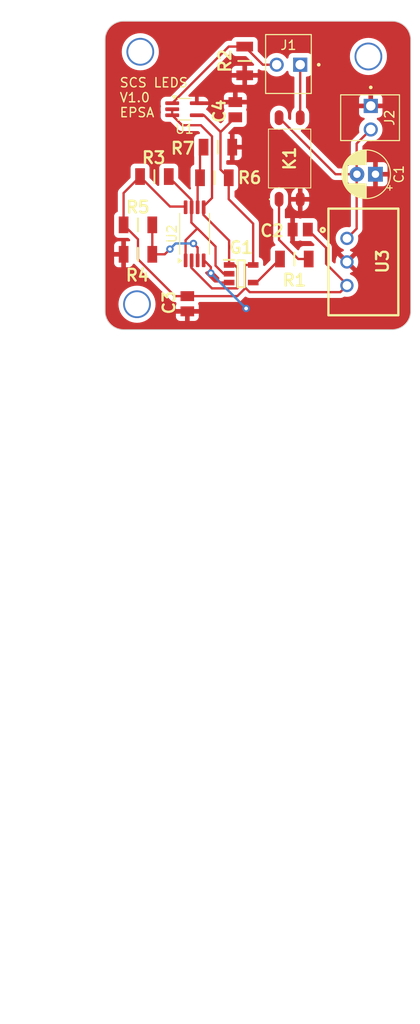
<source format=kicad_pcb>
(kicad_pcb (version 20240108) (generator "pcbnew") (generator_version "8.0")
  (layers (0 "F.Cu" signal) (31 "B.Cu" signal) (34 "B.Paste" user) (35 "F.Paste" user) (36 "B.SilkS" user "B.Silkscreen") (37 "F.SilkS" user "F.Silkscreen") (38 "B.Mask" user) (39 "F.Mask" user) (44 "Edge.Cuts" user))
  (net 0 "")
  (net 1 "+5V")
  (net 2 "/LED_On")
  (net 3 "GND")
  (net 4 "Net-(G1-Y)")
  (net 5 "+12V")
  (net 6 "/SCS_Failure")
  (net 7 "/Raw_LED_On")
  (net 8 "/LED_Power")
  (net 9 "Net-(K1-+_CONTROL)")
  (net 10 "/0.75V")
  (net 11 "/4.25V")
  (footprint "Package_SO:TSSOP-8_4.4x3mm_P0.65mm" (layer "F.Cu") (at 77.495 70.9426 90)
    (property "Reference" "U2" (at 0 -2.45 -90) (layer "F.SilkS"))
    (property "Value" "Opamp_Dual")
    (fp_line (start 0 -1.61) (end 2.2 -1.61) (stroke (width 0.12)) (layer "F.SilkS"))
    (fp_line (start 0 -1.61) (end -2.2 -1.61) (stroke (width 0.12)) (layer "F.SilkS"))
    (fp_line (start 0 1.61) (end 2.2 1.61) (stroke (width 0.12)) (layer "F.SilkS"))
    (fp_line (start 0 1.61) (end -2.2 1.61) (stroke (width 0.12)) (layer "F.SilkS"))
    (fp_poly (pts (xy -2.9 -1.435) (xy -3.14 -1.765) (xy -2.66 -1.765) (xy -2.9 -1.435)) (stroke (width 0.12)) (fill solid) (layer "F.SilkS"))
    (pad "1" smd roundrect (at -2.8625 -0.975 90) (size 1.475 0.4) (layers "F.Cu" "F.Paste" "F.Mask") (net 6 "/SCS_Failure"))
    (pad "2" smd roundrect (at -2.8625 -0.325 90) (size 1.475 0.4) (layers "F.Cu" "F.Paste" "F.Mask") (net 2 "/LED_On"))
    (pad "3" smd roundrect (at -2.8625 0.325 90) (size 1.475 0.4) (layers "F.Cu" "F.Paste" "F.Mask") (net 10 "/0.75V"))
    (pad "4" smd roundrect (at -2.8625 0.975 90) (size 1.475 0.4) (layers "F.Cu" "F.Paste" "F.Mask") (net 3 "GND"))
    (pad "5" smd roundrect (at 2.8625 0.975 90) (size 1.475 0.4) (layers "F.Cu" "F.Paste" "F.Mask") (net 2 "/LED_On"))
    (pad "6" smd roundrect (at 2.8625 0.325 90) (size 1.475 0.4) (layers "F.Cu" "F.Paste" "F.Mask") (net 11 "/4.25V"))
    (pad "7" smd roundrect (at 2.8625 -0.325 90) (size 1.475 0.4) (layers "F.Cu" "F.Paste" "F.Mask") (net 6 "/SCS_Failure"))
    (pad "8" smd roundrect (at 2.8625 -0.975 90) (size 1.475 0.4) (layers "F.Cu" "F.Paste" "F.Mask") (net 1 "+5V"))
  )
  (footprint "EPSA_lib:RESC3216X70N" (layer "F.Cu") (at 88.265 73.66 180)
    (property "Reference" "R1" (at -0.011901 -2.286 180) (layer "F.SilkS") (effects (font (size 1.27 1.27) (thickness 0.254))))
    (property "Value" "2k2" (hide yes))
    (fp_line (start 0 -0.7) (end 0 0.7) (stroke (width 0.2)) (layer "F.SilkS"))
    (pad "1" smd rect (at -1.55 0 180) (size 1.05 1.8) (layers "F.Cu" "F.Paste" "F.Mask") (net 9 "Net-(K1-+_CONTROL)"))
    (pad "2" smd rect (at 1.55 0 180) (size 1.05 1.8) (layers "F.Cu" "F.Paste" "F.Mask") (net 4 "Net-(G1-Y)"))
  )
  (footprint "Capacitor_THT:CP_Radial_D5.0mm_P2.00mm" (layer "F.Cu") (at 97.028 64.516 180)
    (property "Reference" "C1" (at -2.54 0 -90) (layer "F.SilkS"))
    (property "Value" "C")
    (fp_line (start 3.601 -0.284) (end 3.601 0.284) (stroke (width 0.12)) (layer "F.SilkS"))
    (fp_line (start 3.561 -0.518) (end 3.561 0.518) (stroke (width 0.12)) (layer "F.SilkS"))
    (fp_line (start 3.521 -0.677) (end 3.521 0.677) (stroke (width 0.12)) (layer "F.SilkS"))
    (fp_line (start 3.481 -0.805) (end 3.481 0.805) (stroke (width 0.12)) (layer "F.SilkS"))
    (fp_line (start 3.441 -0.915) (end 3.441 0.915) (stroke (width 0.12)) (layer "F.SilkS"))
    (fp_line (start 3.401 -1.011) (end 3.401 1.011) (stroke (width 0.12)) (layer "F.SilkS"))
    (fp_line (start 3.361 -1.098) (end 3.361 1.098) (stroke (width 0.12)) (layer "F.SilkS"))
    (fp_line (start 3.321 -1.178) (end 3.321 1.178) (stroke (width 0.12)) (layer "F.SilkS"))
    (fp_line (start 3.281 -1.251) (end 3.281 1.251) (stroke (width 0.12)) (layer "F.SilkS"))
    (fp_line (start 3.241 -1.319) (end 3.241 1.319) (stroke (width 0.12)) (layer "F.SilkS"))
    (fp_line (start 3.201 -1.383) (end 3.201 1.383) (stroke (width 0.12)) (layer "F.SilkS"))
    (fp_line (start 3.161 -1.443) (end 3.161 1.443) (stroke (width 0.12)) (layer "F.SilkS"))
    (fp_line (start 3.121 -1.5) (end 3.121 1.5) (stroke (width 0.12)) (layer "F.SilkS"))
    (fp_line (start 3.081 -1.554) (end 3.081 1.554) (stroke (width 0.12)) (layer "F.SilkS"))
    (fp_line (start 3.041 -1.605) (end 3.041 1.605) (stroke (width 0.12)) (layer "F.SilkS"))
    (fp_line (start 3.001 1.04) (end 3.001 1.653) (stroke (width 0.12)) (layer "F.SilkS"))
    (fp_line (start 3.001 -1.653) (end 3.001 -1.04) (stroke (width 0.12)) (layer "F.SilkS"))
    (fp_line (start 2.961 1.04) (end 2.961 1.699) (stroke (width 0.12)) (layer "F.SilkS"))
    (fp_line (start 2.961 -1.699) (end 2.961 -1.04) (stroke (width 0.12)) (layer "F.SilkS"))
    (fp_line (start 2.921 1.04) (end 2.921 1.743) (stroke (width 0.12)) (layer "F.SilkS"))
    (fp_line (start 2.921 -1.743) (end 2.921 -1.04) (stroke (width 0.12)) (layer "F.SilkS"))
    (fp_line (start 2.881 1.04) (end 2.881 1.785) (stroke (width 0.12)) (layer "F.SilkS"))
    (fp_line (start 2.881 -1.785) (end 2.881 -1.04) (stroke (width 0.12)) (layer "F.SilkS"))
    (fp_line (start 2.841 1.04) (end 2.841 1.826) (stroke (width 0.12)) (layer "F.SilkS"))
    (fp_line (start 2.841 -1.826) (end 2.841 -1.04) (stroke (width 0.12)) (layer "F.SilkS"))
    (fp_line (start 2.801 1.04) (end 2.801 1.864) (stroke (width 0.12)) (layer "F.SilkS"))
    (fp_line (start 2.801 -1.864) (end 2.801 -1.04) (stroke (width 0.12)) (layer "F.SilkS"))
    (fp_line (start 2.761 1.04) (end 2.761 1.901) (stroke (width 0.12)) (layer "F.SilkS"))
    (fp_line (start 2.761 -1.901) (end 2.761 -1.04) (stroke (width 0.12)) (layer "F.SilkS"))
    (fp_line (start 2.721 1.04) (end 2.721 1.937) (stroke (width 0.12)) (layer "F.SilkS"))
    (fp_line (start 2.721 -1.937) (end 2.721 -1.04) (stroke (width 0.12)) (layer "F.SilkS"))
    (fp_line (start 2.681 1.04) (end 2.681 1.971) (stroke (width 0.12)) (layer "F.SilkS"))
    (fp_line (start 2.681 -1.971) (end 2.681 -1.04) (stroke (width 0.12)) (layer "F.SilkS"))
    (fp_line (start 2.641 1.04) (end 2.641 2.004) (stroke (width 0.12)) (layer "F.SilkS"))
    (fp_line (start 2.641 -2.004) (end 2.641 -1.04) (stroke (width 0.12)) (layer "F.SilkS"))
    (fp_line (start 2.601 1.04) (end 2.601 2.035) (stroke (width 0.12)) (layer "F.SilkS"))
    (fp_line (start 2.601 -2.035) (end 2.601 -1.04) (stroke (width 0.12)) (layer "F.SilkS"))
    (fp_line (start 2.561 1.04) (end 2.561 2.065) (stroke (width 0.12)) (layer "F.SilkS"))
    (fp_line (start 2.561 -2.065) (end 2.561 -1.04) (stroke (width 0.12)) (layer "F.SilkS"))
    (fp_line (start 2.521 1.04) (end 2.521 2.095) (stroke (width 0.12)) (layer "F.SilkS"))
    (fp_line (start 2.521 -2.095) (end 2.521 -1.04) (stroke (width 0.12)) (layer "F.SilkS"))
    (fp_line (start 2.481 1.04) (end 2.481 2.122) (stroke (width 0.12)) (layer "F.SilkS"))
    (fp_line (start 2.481 -2.122) (end 2.481 -1.04) (stroke (width 0.12)) (layer "F.SilkS"))
    (fp_line (start 2.441 1.04) (end 2.441 2.149) (stroke (width 0.12)) (layer "F.SilkS"))
    (fp_line (start 2.441 -2.149) (end 2.441 -1.04) (stroke (width 0.12)) (layer "F.SilkS"))
    (fp_line (start 2.401 1.04) (end 2.401 2.175) (stroke (width 0.12)) (layer "F.SilkS"))
    (fp_line (start 2.401 -2.175) (end 2.401 -1.04) (stroke (width 0.12)) (layer "F.SilkS"))
    (fp_line (start 2.361 1.04) (end 2.361 2.2) (stroke (width 0.12)) (layer "F.SilkS"))
    (fp_line (start 2.361 -2.2) (end 2.361 -1.04) (stroke (width 0.12)) (layer "F.SilkS"))
    (fp_line (start 2.321 1.04) (end 2.321 2.224) (stroke (width 0.12)) (layer "F.SilkS"))
    (fp_line (start 2.321 -2.224) (end 2.321 -1.04) (stroke (width 0.12)) (layer "F.SilkS"))
    (fp_line (start 2.281 1.04) (end 2.281 2.247) (stroke (width 0.12)) (layer "F.SilkS"))
    (fp_line (start 2.281 -2.247) (end 2.281 -1.04) (stroke (width 0.12)) (layer "F.SilkS"))
    (fp_line (start 2.241 1.04) (end 2.241 2.268) (stroke (width 0.12)) (layer "F.SilkS"))
    (fp_line (start 2.241 -2.268) (end 2.241 -1.04) (stroke (width 0.12)) (layer "F.SilkS"))
    (fp_line (start 2.201 1.04) (end 2.201 2.29) (stroke (width 0.12)) (layer "F.SilkS"))
    (fp_line (start 2.201 -2.29) (end 2.201 -1.04) (stroke (width 0.12)) (layer "F.SilkS"))
    (fp_line (start 2.161 1.04) (end 2.161 2.31) (stroke (width 0.12)) (layer "F.SilkS"))
    (fp_line (start 2.161 -2.31) (end 2.161 -1.04) (stroke (width 0.12)) (layer "F.SilkS"))
    (fp_line (start 2.121 1.04) (end 2.121 2.329) (stroke (width 0.12)) (layer "F.SilkS"))
    (fp_line (start 2.121 -2.329) (end 2.121 -1.04) (stroke (width 0.12)) (layer "F.SilkS"))
    (fp_line (start 2.081 1.04) (end 2.081 2.348) (stroke (width 0.12)) (layer "F.SilkS"))
    (fp_line (start 2.081 -2.348) (end 2.081 -1.04) (stroke (width 0.12)) (layer "F.SilkS"))
    (fp_line (start 2.041 1.04) (end 2.041 2.365) (stroke (width 0.12)) (layer "F.SilkS"))
    (fp_line (start 2.041 -2.365) (end 2.041 -1.04) (stroke (width 0.12)) (layer "F.SilkS"))
    (fp_line (start 2.001 1.04) (end 2.001 2.382) (stroke (width 0.12)) (layer "F.SilkS"))
    (fp_line (start 2.001 -2.382) (end 2.001 -1.04) (stroke (width 0.12)) (layer "F.SilkS"))
    (fp_line (start 1.961 1.04) (end 1.961 2.398) (stroke (width 0.12)) (layer "F.SilkS"))
    (fp_line (start 1.961 -2.398) (end 1.961 -1.04) (stroke (width 0.12)) (layer "F.SilkS"))
    (fp_line (start 1.921 1.04) (end 1.921 2.414) (stroke (width 0.12)) (layer "F.SilkS"))
    (fp_line (start 1.921 -2.414) (end 1.921 -1.04) (stroke (width 0.12)) (layer "F.SilkS"))
    (fp_line (start 1.881 1.04) (end 1.881 2.428) (stroke (width 0.12)) (layer "F.SilkS"))
    (fp_line (start 1.881 -2.428) (end 1.881 -1.04) (stroke (width 0.12)) (layer "F.SilkS"))
    (fp_line (start 1.841 1.04) (end 1.841 2.442) (stroke (width 0.12)) (layer "F.SilkS"))
    (fp_line (start 1.841 -2.442) (end 1.841 -1.04) (stroke (width 0.12)) (layer "F.SilkS"))
    (fp_line (start 1.801 1.04) (end 1.801 2.455) (stroke (width 0.12)) (layer "F.SilkS"))
    (fp_line (start 1.801 -2.455) (end 1.801 -1.04) (stroke (width 0.12)) (layer "F.SilkS"))
    (fp_line (start 1.761 1.04) (end 1.761 2.468) (stroke (width 0.12)) (layer "F.SilkS"))
    (fp_line (start 1.761 -2.468) (end 1.761 -1.04) (stroke (width 0.12)) (layer "F.SilkS"))
    (fp_line (start 1.721 1.04) (end 1.721 2.48) (stroke (width 0.12)) (layer "F.SilkS"))
    (fp_line (start 1.721 -2.48) (end 1.721 -1.04) (stroke (width 0.12)) (layer "F.SilkS"))
    (fp_line (start 1.68 1.04) (end 1.68 2.491) (stroke (width 0.12)) (layer "F.SilkS"))
    (fp_line (start 1.68 -2.491) (end 1.68 -1.04) (stroke (width 0.12)) (layer "F.SilkS"))
    (fp_line (start 1.64 1.04) (end 1.64 2.501) (stroke (width 0.12)) (layer "F.SilkS"))
    (fp_line (start 1.64 -2.501) (end 1.64 -1.04) (stroke (width 0.12)) (layer "F.SilkS"))
    (fp_line (start 1.6 1.04) (end 1.6 2.511) (stroke (width 0.12)) (layer "F.SilkS"))
    (fp_line (start 1.6 -2.511) (end 1.6 -1.04) (stroke (width 0.12)) (layer "F.SilkS"))
    (fp_line (start 1.56 1.04) (end 1.56 2.52) (stroke (width 0.12)) (layer "F.SilkS"))
    (fp_line (start 1.56 -2.52) (end 1.56 -1.04) (stroke (width 0.12)) (layer "F.SilkS"))
    (fp_line (start 1.52 1.04) (end 1.52 2.528) (stroke (width 0.12)) (layer "F.SilkS"))
    (fp_line (start 1.52 -2.528) (end 1.52 -1.04) (stroke (width 0.12)) (layer "F.SilkS"))
    (fp_line (start 1.48 1.04) (end 1.48 2.536) (stroke (width 0.12)) (layer "F.SilkS"))
    (fp_line (start 1.48 -2.536) (end 1.48 -1.04) (stroke (width 0.12)) (layer "F.SilkS"))
    (fp_line (start 1.44 1.04) (end 1.44 2.543) (stroke (width 0.12)) (layer "F.SilkS"))
    (fp_line (start 1.44 -2.543) (end 1.44 -1.04) (stroke (width 0.12)) (layer "F.SilkS"))
    (fp_line (start 1.4 1.04) (end 1.4 2.55) (stroke (width 0.12)) (layer "F.SilkS"))
    (fp_line (start 1.4 -2.55) (end 1.4 -1.04) (stroke (width 0.12)) (layer "F.SilkS"))
    (fp_line (start 1.36 1.04) (end 1.36 2.556) (stroke (width 0.12)) (layer "F.SilkS"))
    (fp_line (start 1.36 -2.556) (end 1.36 -1.04) (stroke (width 0.12)) (layer "F.SilkS"))
    (fp_line (start 1.32 1.04) (end 1.32 2.561) (stroke (width 0.12)) (layer "F.SilkS"))
    (fp_line (start 1.32 -2.561) (end 1.32 -1.04) (stroke (width 0.12)) (layer "F.SilkS"))
    (fp_line (start 1.28 1.04) (end 1.28 2.565) (stroke (width 0.12)) (layer "F.SilkS"))
    (fp_line (start 1.28 -2.565) (end 1.28 -1.04) (stroke (width 0.12)) (layer "F.SilkS"))
    (fp_line (start 1.24 1.04) (end 1.24 2.569) (stroke (width 0.12)) (layer "F.SilkS"))
    (fp_line (start 1.24 -2.569) (end 1.24 -1.04) (stroke (width 0.12)) (layer "F.SilkS"))
    (fp_line (start 1.2 1.04) (end 1.2 2.573) (stroke (width 0.12)) (layer "F.SilkS"))
    (fp_line (start 1.2 -2.573) (end 1.2 -1.04) (stroke (width 0.12)) (layer "F.SilkS"))
    (fp_line (start 1.16 1.04) (end 1.16 2.576) (stroke (width 0.12)) (layer "F.SilkS"))
    (fp_line (start 1.16 -2.576) (end 1.16 -1.04) (stroke (width 0.12)) (layer "F.SilkS"))
    (fp_line (start 1.12 1.04) (end 1.12 2.578) (stroke (width 0.12)) (layer "F.SilkS"))
    (fp_line (start 1.12 -2.578) (end 1.12 -1.04) (stroke (width 0.12)) (layer "F.SilkS"))
    (fp_line (start 1.08 1.04) (end 1.08 2.579) (stroke (width 0.12)) (layer "F.SilkS"))
    (fp_line (start 1.08 -2.579) (end 1.08 -1.04) (stroke (width 0.12)) (layer "F.SilkS"))
    (fp_line (start 1.04 1.04) (end 1.04 2.58) (stroke (width 0.12)) (layer "F.SilkS"))
    (fp_line (start 1.04 -2.58) (end 1.04 -1.04) (stroke (width 0.12)) (layer "F.SilkS"))
    (fp_line (start 1 1.04) (end 1 2.58) (stroke (width 0.12)) (layer "F.SilkS"))
    (fp_line (start 1 -2.58) (end 1 -1.04) (stroke (width 0.12)) (layer "F.SilkS"))
    (fp_line (start -1.554775 -1.725) (end -1.554775 -1.225) (stroke (width 0.12)) (layer "F.SilkS"))
    (fp_line (start -1.804775 -1.475) (end -1.304775 -1.475) (stroke (width 0.12)) (layer "F.SilkS"))
    (fp_circle (center 1 0) (end 3.62 0) (stroke (width 0.12)) (fill none) (layer "F.SilkS"))
    (pad "1" thru_hole rect (at 0 0 180) (size 1.6 1.6) (drill 0.8) (layers "*.Cu" "*.Mask") (net 3 "GND"))
    (pad "2" thru_hole circle (at 2 0 180) (size 1.6 1.6) (drill 0.8) (layers "*.Cu" "*.Mask") (net 5 "+12V"))
  )
  (footprint "EPSA_lib:RESC3216X70N" (layer "F.Cu") (at 73.152 64.77)
    (property "Reference" "R3" (at -0.0762 -2.032 0) (layer "F.SilkS") (effects (font (size 1.27 1.27) (thickness 0.254))))
    (property "Value" "10k" (hide yes))
    (fp_line (start 0 -0.7) (end 0 0.7) (stroke (width 0.2)) (layer "F.SilkS"))
    (pad "1" smd rect (at -1.55 0) (size 1.05 1.8) (layers "F.Cu" "F.Paste" "F.Mask") (net 1 "+5V"))
    (pad "2" smd rect (at 1.55 0) (size 1.05 1.8) (layers "F.Cu" "F.Paste" "F.Mask") (net 6 "/SCS_Failure"))
  )
  (footprint "EPSA_lib:CPC1394GR" (layer "F.Cu") (at 87.757 62.82)
    (property "Reference" "K1" (at 0 0 90) (layer "F.SilkS") (effects (font (size 1.27 1.27) (thickness 0.254))))
    (property "Value" "SSR CPC1394GR" (hide yes))
    (fp_line (start -2.286 -3.175) (end 2.286 -3.175) (stroke (width 0.1)) (layer "F.SilkS"))
    (fp_line (start -2.286 3.175) (end -2.286 -3.175) (stroke (width 0.1)) (layer "F.SilkS"))
    (fp_line (start -2.2 4.4) (end -2.2 4.4) (stroke (width 0.1)) (layer "F.SilkS"))
    (fp_line (start -2.1 4.4) (end -2.1 4.4) (stroke (width 0.1)) (layer "F.SilkS"))
    (fp_line (start 2.286 -3.175) (end 2.286 3.175) (stroke (width 0.1)) (layer "F.SilkS"))
    (fp_line (start 2.286 3.175) (end -2.286 3.175) (stroke (width 0.1)) (layer "F.SilkS"))
    (fp_arc (start -2.2 4.4) (mid -2.15 4.35) (end -2.1 4.4) (stroke (width 0.1)) (layer "F.SilkS"))
    (fp_arc (start -2.1 4.4) (mid -2.15 4.45) (end -2.2 4.4) (stroke (width 0.1)) (layer "F.SilkS"))
    (pad "1" smd oval (at -1.143 4.4) (size 0.95 1.6) (layers "F.Cu" "F.Paste" "F.Mask") (net 9 "Net-(K1-+_CONTROL)"))
    (pad "2" smd oval (at 1.143 4.4) (size 0.95 1.6) (layers "F.Cu" "F.Paste" "F.Mask") (net 3 "GND"))
    (pad "3" smd oval (at 1.143 -4.4) (size 0.95 1.6) (layers "F.Cu" "F.Paste" "F.Mask") (net 8 "/LED_Power"))
    (pad "4" smd oval (at -1.143 -4.4) (size 0.95 1.6) (layers "F.Cu" "F.Paste" "F.Mask") (net 5 "+12V"))
  )
  (footprint "EPSA_lib:SOT95P280X145-5N" (layer "F.Cu") (at 82.52 75.25)
    (property "Reference" "G1" (at 0 -2.821039 0) (layer "F.SilkS") (effects (font (size 1.27 1.27) (thickness 0.254))))
    (property "Value" "Gate OR SN74AHCT1G32DBVR" (hide yes))
    (fp_line (start -1.875 -1.5) (end -0.725 -1.5) (stroke (width 0.2)) (layer "F.SilkS"))
    (fp_line (start -0.375 -1.45) (end 0.375 -1.45) (stroke (width 0.2)) (layer "F.SilkS"))
    (fp_line (start -0.375 1.45) (end -0.375 -1.45) (stroke (width 0.2)) (layer "F.SilkS"))
    (fp_line (start 0.375 -1.45) (end 0.375 1.45) (stroke (width 0.2)) (layer "F.SilkS"))
    (fp_line (start 0.375 1.45) (end -0.375 1.45) (stroke (width 0.2)) (layer "F.SilkS"))
    (pad "1" smd rect (at -1.3 -0.95 90) (size 0.6 1.15) (layers "F.Cu" "F.Paste" "F.Mask") (net 2 "/LED_On"))
    (pad "2" smd rect (at -1.3 0 90) (size 0.6 1.15) (layers "F.Cu" "F.Paste" "F.Mask") (net 6 "/SCS_Failure"))
    (pad "3" smd rect (at -1.3 0.95 90) (size 0.6 1.15) (layers "F.Cu" "F.Paste" "F.Mask") (net 3 "GND"))
    (pad "4" smd rect (at 1.3 0.95 90) (size 0.6 1.15) (layers "F.Cu" "F.Paste" "F.Mask") (net 4 "Net-(G1-Y)"))
    (pad "5" smd rect (at 1.3 -0.95 90) (size 0.6 1.15) (layers "F.Cu" "F.Paste" "F.Mask") (net 1 "+5V"))
  )
  (footprint "EPSA_lib:MOLEX_22-11-2022" (layer "F.Cu") (at 88.9 52.705 180)
    (property "Reference" "J1" (at 1.27 2.1082 0) (layer "F.SilkS"))
    (property "Value" "2P Droit 2-11-2022" (hide yes))
    (fp_line (start 3.735 3.25) (end -1.195 3.25) (stroke (width 0.127)) (layer "F.SilkS"))
    (fp_line (start 3.735 -3.1) (end 3.735 3.25) (stroke (width 0.127)) (layer "F.SilkS"))
    (fp_line (start -1.195 3.25) (end -1.195 -3.1) (stroke (width 0.127)) (layer "F.SilkS"))
    (fp_line (start -1.195 -3.1) (end 3.735 -3.1) (stroke (width 0.127)) (layer "F.SilkS"))
    (fp_circle (center -2 0) (end -1.9 0) (stroke (width 0.2)) (fill none) (layer "F.SilkS"))
    (pad "1" thru_hole rect (at 0 0 180) (size 1.53 1.53) (drill 1.02) (layers "*.Cu" "*.Mask") (net 8 "/LED_Power"))
    (pad "2" thru_hole circle (at 2.54 0 180) (size 1.53 1.53) (drill 1.02) (layers "*.Cu" "*.Mask") (net 7 "/Raw_LED_On"))
  )
  (footprint "EPSA_lib:CAPC2012X130N" (layer "F.Cu") (at 81.8896 57.5564 -90)
    (property "Reference" "C4" (at 0.1524 1.7272 90) (layer "F.SilkS") (effects (font (size 1.27 1.27) (thickness 0.254))))
    (property "Value" "10n" (hide yes))
    (pad "1" smd rect (at -0.82 0 270) (size 1.07 1.47) (layers "F.Cu" "F.Paste" "F.Mask") (net 3 "GND"))
    (pad "2" smd rect (at 0.82 0 270) (size 1.07 1.47) (layers "F.Cu" "F.Paste" "F.Mask") (net 1 "+5V"))
  )
  (footprint "EPSA_lib:RESC3216X70N" (layer "F.Cu") (at 71.374 73.152)
    (property "Reference" "R5" (at -0.011901 -5.08 0) (layer "F.SilkS") (effects (font (size 1.27 1.27) (thickness 0.254))))
    (property "Value" "12k" (hide yes))
    (fp_line (start 0 -0.7) (end 0 0.7) (stroke (width 0.2)) (layer "F.SilkS"))
    (pad "1" smd rect (at -1.55 0) (size 1.05 1.8) (layers "F.Cu" "F.Paste" "F.Mask") (net 3 "GND"))
    (pad "2" smd rect (at 1.55 0) (size 1.05 1.8) (layers "F.Cu" "F.Paste" "F.Mask") (net 10 "/0.75V"))
  )
  (footprint "" (layer "F.Cu") (at 71.628 51.308)
    (property "Reference" "" (at 0 0 0) (layer "F.SilkS") (effects (font (size 1.27 1.27))))
    (property "Value" "")
    (pad "1" thru_hole circle (at 0 0) (size 3 3) (drill 2.6) (layers "*.Cu" "*.Mask"))
  )
  (footprint "" (layer "F.Cu") (at 96.266 51.816)
    (property "Reference" "" (at 0 0 0) (layer "F.SilkS") (effects (font (size 1.27 1.27))))
    (property "Value" "")
    (pad "1" thru_hole circle (at 0 0) (size 3 3) (drill 2.6) (layers "*.Cu" "*.Mask"))
  )
  (footprint "EPSA_lib:RESC3216X70N" (layer "F.Cu") (at 71.374 69.977 180)
    (property "Reference" "R4" (at 0.0508 -5.4356 180) (layer "F.SilkS") (effects (font (size 1.27 1.27) (thickness 0.254))))
    (property "Value" "82k" (hide yes))
    (fp_line (start 0 -0.7) (end 0 0.7) (stroke (width 0.2)) (layer "F.SilkS"))
    (pad "1" smd rect (at -1.55 0 180) (size 1.05 1.8) (layers "F.Cu" "F.Paste" "F.Mask") (net 10 "/0.75V"))
    (pad "2" smd rect (at 1.55 0 180) (size 1.05 1.8) (layers "F.Cu" "F.Paste" "F.Mask") (net 1 "+5V"))
  )
  (footprint "EPSA_lib:CAPC2012X130N" (layer "F.Cu") (at 76.708 78.486 90)
    (property "Reference" "C3" (at 0.127 -1.9812 -90) (layer "F.SilkS") (effects (font (size 1.27 1.27) (thickness 0.254))))
    (property "Value" "10n" (hide yes))
    (pad "1" smd rect (at -0.82 0 90) (size 1.07 1.47) (layers "F.Cu" "F.Paste" "F.Mask") (net 3 "GND"))
    (pad "2" smd rect (at 0.82 0 90) (size 1.07 1.47) (layers "F.Cu" "F.Paste" "F.Mask") (net 1 "+5V"))
  )
  (footprint "EPSA_lib:RESC3216X70N" (layer "F.Cu") (at 80.01 61.595 180)
    (property "Reference" "R7" (at 3.81 -0.127 180) (layer "F.SilkS") (effects (font (size 1.27 1.27) (thickness 0.254))))
    (property "Value" "82k" (hide yes))
    (fp_line (start 0 -0.7) (end 0 0.7) (stroke (width 0.2)) (layer "F.SilkS"))
    (pad "1" smd rect (at -1.55 0 180) (size 1.05 1.8) (layers "F.Cu" "F.Paste" "F.Mask") (net 3 "GND"))
    (pad "2" smd rect (at 1.55 0 180) (size 1.05 1.8) (layers "F.Cu" "F.Paste" "F.Mask") (net 11 "/4.25V"))
  )
  (footprint "EPSA_lib:CAPC2012X130N" (layer "F.Cu") (at 88.9 70.485)
    (property "Reference" "C2" (at -3.048 0.127 0) (layer "F.SilkS") (effects (font (size 1.27 1.27) (thickness 0.254))))
    (property "Value" "10n" (hide yes))
    (pad "1" smd rect (at -0.82 0) (size 1.07 1.47) (layers "F.Cu" "F.Paste" "F.Mask") (net 3 "GND"))
    (pad "2" smd rect (at 0.82 0) (size 1.07 1.47) (layers "F.Cu" "F.Paste" "F.Mask") (net 1 "+5V"))
  )
  (footprint "EPSA_lib:MOLEX_22-11-2022" (layer "F.Cu") (at 96.52 57.15 -90)
    (property "Reference" "J2" (at 1.27 -2.032 90) (layer "F.SilkS"))
    (property "Value" "2P Droit 2-11-2022" (hide yes))
    (fp_line (start -1.195 3.25) (end -1.195 -3.1) (stroke (width 0.127)) (layer "F.SilkS"))
    (fp_line (start 3.735 3.25) (end -1.195 3.25) (stroke (width 0.127)) (layer "F.SilkS"))
    (fp_line (start -1.195 -3.1) (end 3.735 -3.1) (stroke (width 0.127)) (layer "F.SilkS"))
    (fp_line (start 3.735 -3.1) (end 3.735 3.25) (stroke (width 0.127)) (layer "F.SilkS"))
    (fp_circle (center -2 0) (end -1.9 0) (stroke (width 0.2)) (fill none) (layer "F.SilkS"))
    (pad "1" thru_hole rect (at 0 0 270) (size 1.53 1.53) (drill 1.02) (layers "*.Cu" "*.Mask") (net 3 "GND"))
    (pad "2" thru_hole circle (at 2.54 0 270) (size 1.53 1.53) (drill 1.02) (layers "*.Cu" "*.Mask") (net 5 "+12V"))
  )
  (footprint "EPSA_lib:RESC3216X70N" (layer "F.Cu") (at 82.9056 52.2986 -90)
    (property "Reference" "R2" (at -0.011901 2.1336 90) (layer "F.SilkS") (effects (font (size 1.27 1.27) (thickness 0.254))))
    (property "Value" "500k" (hide yes))
    (fp_line (start 0 -0.7) (end 0 0.7) (stroke (width 0.2)) (layer "F.SilkS"))
    (pad "1" smd rect (at -1.55 0 270) (size 1.05 1.8) (layers "F.Cu" "F.Paste" "F.Mask") (net 7 "/Raw_LED_On"))
    (pad "2" smd rect (at 1.55 0 270) (size 1.05 1.8) (layers "F.Cu" "F.Paste" "F.Mask") (net 3 "GND"))
  )
  (footprint "EPSA_lib:RESC3216X70N" (layer "F.Cu") (at 79.629 64.897)
    (property "Reference" "R6" (at 3.81 0 0) (layer "F.SilkS") (effects (font (size 1.27 1.27) (thickness 0.254))))
    (property "Value" "12k" (hide yes))
    (fp_line (start 0 -0.7) (end 0 0.7) (stroke (width 0.2)) (layer "F.SilkS"))
    (pad "1" smd rect (at -1.55 0) (size 1.05 1.8) (layers "F.Cu" "F.Paste" "F.Mask") (net 11 "/4.25V"))
    (pad "2" smd rect (at 1.55 0) (size 1.05 1.8) (layers "F.Cu" "F.Paste" "F.Mask") (net 1 "+5V"))
  )
  (footprint "EPSA_lib:TSR-0.5-2433" (layer "F.Cu") (at 91.948 68.2255 -90)
    (property "Reference" "U3" (at 5.6885 -5.842 90) (layer "F.SilkS") (effects (font (size 1.27 1.27) (thickness 0.254))))
    (property "Value" "Alim LP TSR_0.5-2450" (hide yes))
    (fp_line (start 0 0) (end 11.5 0) (stroke (width 0.254)) (layer "F.SilkS"))
    (fp_line (start 11.5 0) (end 11.5 -7.55) (stroke (width 0.254)) (layer "F.SilkS"))
    (fp_line (start 0 -7.55) (end 0 0) (stroke (width 0.254)) (layer "F.SilkS"))
    (fp_line (start 11.5 -7.55) (end 0 -7.55) (stroke (width 0.254)) (layer "F.SilkS"))
    (fp_circle (center 2.306 0.613) (end 2.306 0.702) (stroke (width 0.254)) (fill none) (layer "F.SilkS"))
    (pad "1" thru_hole circle (at 3.21 -2 270) (size 1.44 1.44) (drill 0.94) (layers "*.Cu" "*.Mask") (net 5 "+12V"))
    (pad "2" thru_hole circle (at 5.75 -2 270) (size 1.44 1.44) (drill 0.94) (layers "*.Cu" "*.Mask") (net 3 "GND"))
    (pad "3" thru_hole circle (at 8.29 -2 270) (size 1.44 1.44) (drill 0.94) (layers "*.Cu" "*.Mask") (net 1 "+5V"))
  )
  (footprint "" (layer "F.Cu") (at 71.2724 78.5368)
    (property "Reference" "" (at 0 0 0) (layer "F.SilkS") (effects (font (size 1.27 1.27))))
    (property "Value" "")
    (pad "1" thru_hole circle (at 0 0) (size 3 3) (drill 2.6) (layers "*.Cu" "*.Mask"))
  )
  (footprint "Package_TO_SOT_SMD:SOT-353_SC-70-5_Handsoldering" (layer "F.Cu") (at 76.4032 57.5056)
    (property "Reference" "U1" (at 0 2.1336 0) (layer "F.SilkS"))
    (property "Value" "~")
    (fp_line (start -0.71 -1.16) (end 0.7 -1.16) (stroke (width 0.12)) (layer "F.SilkS"))
    (fp_line (start -0.7 1.16) (end 0.7 1.16) (stroke (width 0.12)) (layer "F.SilkS"))
    (fp_poly (pts (xy -1.08 -1.11) (xy -1.32 -1.44) (xy -0.84 -1.44) (xy -1.08 -1.11)) (stroke (width 0.12)) (fill solid) (layer "F.SilkS"))
    (pad "1" smd roundrect (at -1.33 -0.65) (size 1.5 0.4) (layers "F.Cu" "F.Paste" "F.Mask") (net 7 "/Raw_LED_On"))
    (pad "2" smd roundrect (at -1.33 0) (size 1.5 0.4) (layers "F.Cu" "F.Paste" "F.Mask") (net 2 "/LED_On"))
    (pad "3" smd roundrect (at -1.33 0.65) (size 1.5 0.4) (layers "F.Cu" "F.Paste" "F.Mask") (net 2 "/LED_On"))
    (pad "4" smd roundrect (at 1.33 0.65) (size 1.5 0.4) (layers "F.Cu" "F.Paste" "F.Mask") (net 1 "+5V"))
    (pad "5" smd roundrect (at 1.33 -0.65) (size 1.5 0.4) (layers "F.Cu" "F.Paste" "F.Mask") (net 3 "GND"))
  )
  (gr_arc (start 98.838 48.006) (mid 100.252214 48.591786) (end 100.838 50.006) (stroke (width 0.1)) (layer "Edge.Cuts"))
  (gr_arc (start 100.838 79.28) (mid 100.252214 80.694214) (end 98.838 81.28) (stroke (width 0.1)) (layer "Edge.Cuts"))
  (gr_line (start 100.838 50.006) (end 100.838 79.28) (stroke (width 0.1)) (layer "Edge.Cuts"))
  (gr_line (start 67.818 79.28) (end 67.818 50.006) (stroke (width 0.1)) (layer "Edge.Cuts"))
  (gr_line (start 98.838 81.28) (end 69.818 81.28) (stroke (width 0.1)) (layer "Edge.Cuts"))
  (gr_arc (start 69.818 81.28) (mid 68.403786 80.694214) (end 67.818 79.28) (stroke (width 0.1)) (layer "Edge.Cuts"))
  (gr_line (start 69.818 48.006) (end 98.838 48.006) (stroke (width 0.1)) (layer "Edge.Cuts"))
  (gr_arc (start 67.818 50.006) (mid 68.403786 48.591786) (end 69.818 48.006) (stroke (width 0.1)) (layer "Edge.Cuts"))
  (gr_text "SCS LEDS\nV1.0\nEPSA" (at 69.3166 58.4454 0) (layer "F.SilkS") (effects (font (size 1 1)) (justify left bottom)))
  (segment (start 78.501 58.1556) (end 80.29 59.9446) (width 0.25) (layer "F.Cu") (net 1))
  (segment (start 83.445799 77.235499) (end 93.228001 77.235499) (width 0.25) (layer "F.Cu") (net 1))
  (segment (start 71.374 73.677) (end 71.374 71.527) (width 0.25) (layer "F.Cu") (net 1))
  (segment (start 83.82 74.3) (end 83.3692 74.3) (width 0.25) (layer "F.Cu") (net 1))
  (segment (start 82.9183 76.708) (end 83.445799 77.235499) (width 0.25) (layer "F.Cu") (net 1))
  (segment (start 80.29 59.976) (end 81.8896 58.3764) (width 0.25) (layer "F.Cu") (net 1))
  (segment (start 74.8355 68.0035) (end 76.495 68.0035) (width 0.25) (layer "F.Cu") (net 1))
  (segment (start 71.374 71.527) (end 69.824 69.977) (width 0.25) (layer "F.Cu") (net 1))
  (segment (start 93.948 76.5155) (end 93.948 76.422) (width 0.25) (layer "F.Cu") (net 1))
  (segment (start 69.824 66.548) (end 71.602 64.77) (width 0.25) (layer "F.Cu") (net 1))
  (segment (start 82.9183 76.8544) (end 82.1067 77.666) (width 0.25) (layer "F.Cu") (net 1))
  (segment (start 83.82 69.85) (end 83.82 74.3) (width 0.25) (layer "F.Cu") (net 1))
  (segment (start 81.179 67.209) (end 83.82 69.85) (width 0.25) (layer "F.Cu") (net 1))
  (segment (start 81.179 64.897) (end 80.29 64.008) (width 0.25) (layer "F.Cu") (net 1))
  (segment (start 80.29 59.9446) (end 80.29 59.976) (width 0.25) (layer "F.Cu") (net 1))
  (segment (start 80.29 64.008) (end 80.29 59.976) (width 0.25) (layer "F.Cu") (net 1))
  (segment (start 83.3692 74.3) (end 82.9183 74.3) (width 0.25) (layer "F.Cu") (net 1))
  (segment (start 76.708 77.666) (end 75.363 77.666) (width 0.25) (layer "F.Cu") (net 1))
  (segment (start 71.602 64.77) (end 74.8355 68.0035) (width 0.25) (layer "F.Cu") (net 1))
  (segment (start 93.228001 77.235499) (end 93.948 76.5155) (width 0.25) (layer "F.Cu") (net 1))
  (segment (start 82.1067 77.666) (end 76.708 77.666) (width 0.25) (layer "F.Cu") (net 1))
  (segment (start 82.9183 76.708) (end 82.9183 74.3) (width 0.25) (layer "F.Cu") (net 1))
  (segment (start 81.179 64.897) (end 81.179 67.209) (width 0.25) (layer "F.Cu") (net 1))
  (segment (start 75.363 77.666) (end 71.374 73.677) (width 0.25) (layer "F.Cu") (net 1))
  (segment (start 91.694 74.168) (end 91.694 72.459) (width 0.25) (layer "F.Cu") (net 1))
  (segment (start 69.824 69.977) (end 69.824 66.548) (width 0.25) (layer "F.Cu") (net 1))
  (segment (start 93.948 76.422) (end 91.694 74.168) (width 0.25) (layer "F.Cu") (net 1))
  (segment (start 91.694 72.459) (end 89.72 70.485) (width 0.25) (layer "F.Cu") (net 1))
  (segment (start 77.7332 58.1556) (end 78.501 58.1556) (width 0.25) (layer "F.Cu") (net 1))
  (segment (start 82.9183 76.8544) (end 82.9183 76.708) (width 0.25) (layer "F.Cu") (net 1))
  (segment (start 78.445 68.8925) (end 81.22 71.6675) (width 0.25) (layer "F.Cu") (net 2))
  (segment (start 79.365 76.825) (end 77.145 74.605) (width 0.25) (layer "F.Cu") (net 2))
  (segment (start 75.0732 57.5056) (end 75.0732 58.1556) (width 0.25) (layer "F.Cu") (net 2))
  (segment (start 75.0732 58.1556) (end 76.1504 59.2328) (width 0.25) (layer "F.Cu") (net 2))
  (segment (start 79.375 67.0735) (end 78.445 68.0035) (width 0.25) (layer "F.Cu") (net 2))
  (segment (start 82.12 74.625) (end 82.12 76.825) (width 0.25) (layer "F.Cu") (net 2))
  (segment (start 76.1504 59.2328) (end 78.1728 59.2328) (width 0.25) (layer "F.Cu") (net 2))
  (segment (start 77.145 74.605) (end 77.145 73.7285) (width 0.25) (layer "F.Cu") (net 2))
  (segment (start 81.22 74.3) (end 81.795 74.3) (width 0.25) (layer "F.Cu") (net 2))
  (segment (start 82.12 76.825) (end 79.365 76.825) (width 0.25) (layer "F.Cu") (net 2))
  (segment (start 78.445 68.0035) (end 78.445 68.8925) (width 0.25) (layer "F.Cu") (net 2))
  (segment (start 78.1728 59.2328) (end 79.375 60.435) (width 0.25) (layer "F.Cu") (net 2))
  (segment (start 81.795 74.3) (end 82.12 74.625) (width 0.25) (layer "F.Cu") (net 2))
  (segment (start 79.375 60.435) (end 79.375 67.0735) (width 0.25) (layer "F.Cu") (net 2))
  (segment (start 81.22 71.6675) (end 81.22 74.3) (width 0.25) (layer "F.Cu") (net 2))
  (segment (start 80.264 76.2) (end 81.22 76.2) (width 0.25) (layer "F.Cu") (net 3))
  (segment (start 79.248 75.184) (end 79.248 74.5315) (width 0.25) (layer "F.Cu") (net 3))
  (segment (start 79.248 75.184) (end 80.264 76.2) (width 0.25) (layer "F.Cu") (net 3))
  (segment (start 79.248 74.5315) (end 78.445 73.7285) (width 0.25) (layer "F.Cu") (net 3))
  (via (at 83.058 78.994) (size 0.8) (drill 0.4) (layers "F.Cu" "B.Cu") (net 3))
  (via (at 79.248 75.184) (size 0.8) (drill 0.4) (layers "F.Cu" "B.Cu") (net 3))
  (segment (start 79.248 75.184) (end 83.058 78.994) (width 0.25) (layer "B.Cu") (net 3))
  (segment (start 84.175 76.2) (end 83.82 76.2) (width 0.25) (layer "F.Cu") (net 4))
  (segment (start 86.715 73.66) (end 84.175 76.2) (width 0.25) (layer "F.Cu") (net 4))
  (segment (start 94.996 64.484) (end 94.996 61.214) (width 0.25) (layer "F.Cu") (net 5))
  (segment (start 92.71 64.516) (end 95.028 64.516) (width 0.25) (layer "F.Cu") (net 5))
  (segment (start 94.996 64.548) (end 95.028 64.516) (width 0.25) (layer "F.Cu") (net 5))
  (segment (start 86.614 58.42) (end 92.71 64.516) (width 0.25) (layer "F.Cu") (net 5))
  (segment (start 95.028 64.516) (end 94.996 64.484) (width 0.25) (layer "F.Cu") (net 5))
  (segment (start 94.996 61.214) (end 96.52 59.69) (width 0.25) (layer "F.Cu") (net 5))
  (segment (start 93.948 71.4355) (end 94.996 70.3875) (width 0.25) (layer "F.Cu") (net 5))
  (segment (start 94.996 70.3875) (end 94.996 64.548) (width 0.25) (layer "F.Cu") (net 5))
  (segment (start 77.145 69.7282) (end 77.7748 70.358) (width 0.25) (layer "F.Cu") (net 6))
  (segment (start 76.52 71.633) (end 76.52 73.8051) (width 0.25) (layer "F.Cu") (net 6))
  (segment (start 77.795 70.358) (end 79.756 72.319) (width 0.25) (layer "F.Cu") (net 6))
  (segment (start 77.145 67.266001) (end 77.145 69.7282) (width 0.25) (layer "F.Cu") (net 6))
  (segment (start 77.7748 70.358) (end 77.795 70.358) (width 0.25) (layer "F.Cu") (net 6))
  (segment (start 80.628406 75.25) (end 81.22 75.25) (width 0.25) (layer "F.Cu") (net 6))
  (segment (start 77.795 70.358) (end 76.52 71.633) (width 0.25) (layer "F.Cu") (net 6))
  (segment (start 74.702 64.823001) (end 77.145 67.266001) (width 0.25) (layer "F.Cu") (net 6))
  (segment (start 79.756 72.319) (end 79.756 74.377594) (width 0.25) (layer "F.Cu") (net 6))
  (segment (start 74.702 64.77) (end 74.702 64.823001) (width 0.25) (layer "F.Cu") (net 6))
  (segment (start 79.756 74.377594) (end 80.628406 75.25) (width 0.25) (layer "F.Cu") (net 6))
  (segment (start 82.9056 50.7486) (end 81.1802 50.7486) (width 0.25) (layer "F.Cu") (net 7))
  (segment (start 86.36 52.705) (end 84.862 52.705) (width 0.25) (layer "F.Cu") (net 7))
  (segment (start 84.862 52.705) (end 82.9056 50.7486) (width 0.25) (layer "F.Cu") (net 7))
  (segment (start 81.1802 50.7486) (end 75.0732 56.8556) (width 0.25) (layer "F.Cu") (net 7))
  (segment (start 88.9 52.705) (end 88.9 58.42) (width 0.25) (layer "F.Cu") (net 8))
  (segment (start 88.6833 73.66) (end 86.614 71.5907) (width 0.25) (layer "F.Cu") (net 9))
  (segment (start 86.614 71.5907) (end 86.614 67.22) (width 0.25) (layer "F.Cu") (net 9))
  (segment (start 89.815 73.66) (end 88.6833 73.66) (width 0.25) (layer "F.Cu") (net 9))
  (segment (start 72.924 69.977) (end 72.924 73.152) (width 0.25) (layer "F.Cu") (net 10))
  (segment (start 77.3684 71.9836) (end 77.82 72.4352) (width 0.25) (layer "F.Cu") (net 10))
  (segment (start 74.2696 73.152) (end 72.924 73.152) (width 0.25) (layer "F.Cu") (net 10))
  (segment (start 77.82 72.4352) (end 77.82 73.8051) (width 0.25) (layer "F.Cu") (net 10))
  (segment (start 74.8284 72.5932) (end 74.2696 73.152) (width 0.25) (layer "F.Cu") (net 10))
  (via (at 77.3684 71.9836) (size 0.8) (drill 0.4) (layers "F.Cu" "B.Cu") (net 10))
  (via (at 74.8284 72.5932) (size 0.8) (drill 0.4) (layers "F.Cu" "B.Cu") (net 10))
  (segment (start 77.3684 71.9836) (end 75.438 71.9836) (width 0.25) (layer "B.Cu") (net 10))
  (segment (start 75.438 71.9836) (end 74.8284 72.5932) (width 0.25) (layer "B.Cu") (net 10))
  (segment (start 78.079 61.976) (end 78.079 64.897) (width 0.25) (layer "F.Cu") (net 11))
  (segment (start 77.82 68.0801) (end 77.82 65.156) (width 0.25) (layer "F.Cu") (net 11))
  (segment (start 78.46 61.595) (end 78.079 61.976) (width 0.25) (layer "F.Cu") (net 11))
  (segment (start 77.82 65.156) (end 78.079 64.897) (width 0.25) (layer "F.Cu") (net 11))
  (zone (net 3) (net_name "GND") (layer "F.Cu") (connect_pads (clearance 0.5)) (min_thickness 0.25) (fill yes (thermal_gap 0.5) (thermal_bridge_width 0.5))
    (polygon (pts (xy 66.548 47.244) (xy 66.548 82.042) (xy 101.854 82.042) (xy 101.854 46.99)))
  )
)
</source>
